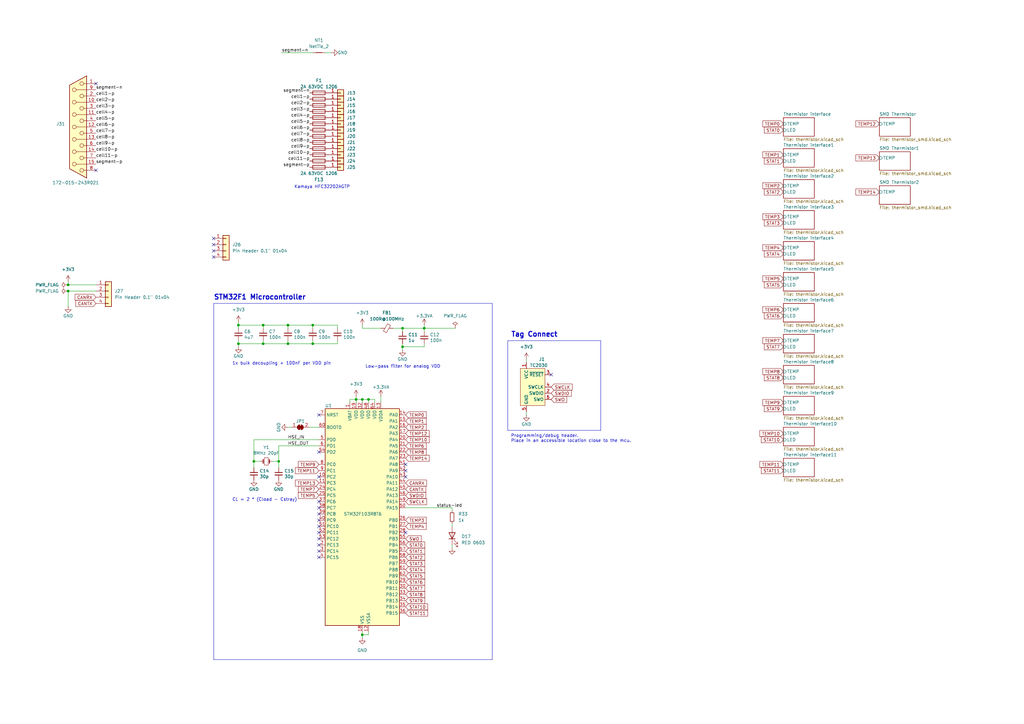
<source format=kicad_sch>
(kicad_sch (version 20230121) (generator eeschema)
  (paper "A3")
  (junction (at 114.3 189.23))
  (junction (at 151.13 163.83))
  (junction (at 146.05 163.83))
  (junction (at 165.1 142.24))
  (junction (at 128.27 133.35))
  (junction (at 118.11 133.35))
  (junction (at 27.94 116.84))
  (junction (at 165.1 134.62))
  (junction (at 104.14 189.23))
  (junction (at 148.59 260.35))
  (junction (at 27.94 119.38))
  (junction (at 97.79 140.97))
  (junction (at 97.79 133.35))
  (junction (at 107.95 140.97))
  (junction (at 118.11 140.97))
  (junction (at 148.59 163.83))
  (junction (at 107.95 133.35))
  (junction (at 173.99 134.62))
  (junction (at 128.27 140.97))
  (no_connect (at 130.81 195.58))
  (no_connect (at 130.81 220.98))
  (no_connect (at 130.81 205.74))
  (no_connect (at 87.63 100.33))
  (no_connect (at 130.81 228.6))
  (no_connect (at 130.81 210.82))
  (no_connect (at 130.81 218.44))
  (no_connect (at 130.81 223.52))
  (no_connect (at 166.37 190.5))
  (no_connect (at 166.37 218.44))
  (no_connect (at 130.81 226.06))
  (no_connect (at 166.37 193.04))
  (no_connect (at 130.81 215.9))
  (no_connect (at 130.81 185.42))
  (no_connect (at 130.81 170.18))
  (no_connect (at 130.81 213.36))
  (no_connect (at 87.63 105.41))
  (no_connect (at 87.63 97.79))
  (no_connect (at 87.63 102.87))
  (no_connect (at 226.06 153.67))
  (no_connect (at 130.81 208.28))
  (no_connect (at 166.37 195.58))
  (no_connect (at 39.37 69.85))
  (no_connect (at 39.37 34.29))
  (polyline (pts (xy 208.28 139.7) (xy 246.38 139.7)))
  (wire (pts (xy 114.3 182.88) (xy 130.81 182.88)))
  (wire (pts (xy 107.95 140.97) (xy 107.95 139.7)))
  (wire (pts (xy 173.99 133.35) (xy 173.99 134.62)))
  (wire (pts (xy 185.42 223.52) (xy 185.42 224.79)))
  (wire (pts (xy 27.94 119.38) (xy 27.94 125.73)))
  (wire (pts (xy 173.99 134.62) (xy 165.1 134.62)))
  (wire (pts (xy 128.27 139.7) (xy 128.27 140.97)))
  (wire (pts (xy 118.11 175.26) (xy 119.38 175.26)))
  (wire (pts (xy 97.79 133.35) (xy 97.79 134.62)))
  (wire (pts (xy 215.9 147.32) (xy 215.9 148.59)))
  (polyline (pts (xy 246.38 139.7) (xy 246.38 176.53)))
  (wire (pts (xy 148.59 163.83) (xy 151.13 163.83)))
  (wire (pts (xy 138.43 134.62) (xy 138.43 133.35)))
  (wire (pts (xy 148.59 165.1) (xy 148.59 163.83)))
  (wire (pts (xy 118.11 140.97) (xy 128.27 140.97)))
  (wire (pts (xy 133.35 21.59) (xy 135.89 21.59)))
  (wire (pts (xy 27.94 119.38) (xy 39.37 119.38)))
  (wire (pts (xy 156.21 162.56) (xy 156.21 165.1)))
  (wire (pts (xy 128.27 133.35) (xy 118.11 133.35)))
  (wire (pts (xy 118.11 134.62) (xy 118.11 133.35)))
  (wire (pts (xy 146.05 163.83) (xy 148.59 163.83)))
  (polyline (pts (xy 87.63 124.46) (xy 87.63 270.51)))
  (wire (pts (xy 173.99 142.24) (xy 173.99 140.97)))
  (wire (pts (xy 107.95 133.35) (xy 97.79 133.35)))
  (wire (pts (xy 97.79 140.97) (xy 97.79 142.24)))
  (wire (pts (xy 148.59 260.35) (xy 148.59 259.08)))
  (polyline (pts (xy 201.93 270.51) (xy 201.93 124.46)))
  (polyline (pts (xy 201.93 124.46) (xy 87.63 124.46)))
  (wire (pts (xy 115.57 21.59) (xy 128.27 21.59)))
  (wire (pts (xy 128.27 134.62) (xy 128.27 133.35)))
  (wire (pts (xy 151.13 163.83) (xy 153.67 163.83)))
  (wire (pts (xy 215.9 168.91) (xy 215.9 170.18)))
  (wire (pts (xy 118.11 133.35) (xy 107.95 133.35)))
  (wire (pts (xy 148.59 261.62) (xy 148.59 260.35)))
  (wire (pts (xy 185.42 215.9) (xy 185.42 214.63)))
  (wire (pts (xy 138.43 133.35) (xy 128.27 133.35)))
  (wire (pts (xy 146.05 163.83) (xy 146.05 165.1)))
  (wire (pts (xy 104.14 180.34) (xy 104.14 189.23)))
  (polyline (pts (xy 87.63 270.51) (xy 201.93 270.51)))
  (wire (pts (xy 128.27 140.97) (xy 138.43 140.97)))
  (wire (pts (xy 161.29 134.62) (xy 165.1 134.62)))
  (wire (pts (xy 165.1 143.51) (xy 165.1 142.24)))
  (wire (pts (xy 97.79 139.7) (xy 97.79 140.97)))
  (wire (pts (xy 165.1 142.24) (xy 173.99 142.24)))
  (wire (pts (xy 143.51 165.1) (xy 143.51 163.83)))
  (wire (pts (xy 111.76 189.23) (xy 114.3 189.23)))
  (wire (pts (xy 165.1 135.89) (xy 165.1 134.62)))
  (wire (pts (xy 118.11 139.7) (xy 118.11 140.97)))
  (wire (pts (xy 165.1 140.97) (xy 165.1 142.24)))
  (wire (pts (xy 166.37 208.28) (xy 185.42 208.28)))
  (wire (pts (xy 27.94 116.84) (xy 39.37 116.84)))
  (wire (pts (xy 97.79 132.08) (xy 97.79 133.35)))
  (wire (pts (xy 97.79 140.97) (xy 107.95 140.97)))
  (wire (pts (xy 151.13 165.1) (xy 151.13 163.83)))
  (polyline (pts (xy 208.28 176.53) (xy 208.28 139.7)))
  (wire (pts (xy 127 175.26) (xy 130.81 175.26)))
  (wire (pts (xy 114.3 189.23) (xy 114.3 182.88)))
  (wire (pts (xy 143.51 163.83) (xy 146.05 163.83)))
  (wire (pts (xy 148.59 134.62) (xy 156.21 134.62)))
  (wire (pts (xy 151.13 259.08) (xy 151.13 260.35)))
  (wire (pts (xy 114.3 191.77) (xy 114.3 189.23)))
  (wire (pts (xy 148.59 260.35) (xy 151.13 260.35)))
  (wire (pts (xy 153.67 163.83) (xy 153.67 165.1)))
  (wire (pts (xy 185.42 208.28) (xy 185.42 209.55)))
  (wire (pts (xy 148.59 133.35) (xy 148.59 134.62)))
  (wire (pts (xy 104.14 191.77) (xy 104.14 189.23)))
  (wire (pts (xy 27.94 115.57) (xy 27.94 116.84)))
  (wire (pts (xy 146.05 162.56) (xy 146.05 163.83)))
  (wire (pts (xy 104.14 189.23) (xy 106.68 189.23)))
  (wire (pts (xy 173.99 135.89) (xy 173.99 134.62)))
  (wire (pts (xy 173.99 134.62) (xy 186.69 134.62)))
  (wire (pts (xy 107.95 133.35) (xy 107.95 134.62)))
  (polyline (pts (xy 208.28 176.53) (xy 246.38 176.53)))
  (wire (pts (xy 130.81 180.34) (xy 104.14 180.34)))
  (wire (pts (xy 107.95 140.97) (xy 118.11 140.97)))
  (wire (pts (xy 138.43 139.7) (xy 138.43 140.97)))
  (text "CL = 2 * (Cload - Cstray)" (at 95.25 205.74 0) (effects (font (size 1.27 1.27)) (justify left bottom)))
  (text "Programming/debug header.\nPlace in an accessible location close to the mcu." (at 209.55 181.61 0) (effects (font (size 1.27 1.27)) (justify left bottom)))
  (text "Low-pass filter for analog VDD" (at 149.86 151.13 0) (effects (font (size 1.27 1.27)) (justify left bottom)))
  (text "STM32F1 Microcontroller" (at 87.63 123.19 0) (effects (font (size 2.0066 2.0066) (thickness 0.4013) bold) (justify left bottom)))
  (text "Tag Connect" (at 209.55 138.43 0) (effects (font (size 2.0066 2.0066) (thickness 0.4013) bold) (justify left bottom)))
  (text "Kamaya HFC32202AGTP" (at 120.65 77.47 0) (effects (font (size 1.27 1.27)) (justify left bottom)))
  (text "1x bulk decoupling + 100nF per VDD pin" (at 95.25 149.86 0) (effects (font (size 1.27 1.27)) (justify left bottom)))
  (label "cell6-p" (at 127 53.34 180))
  (label "cell10-p" (at 127 63.5 180))
  (label "cell5-p" (at 39.37 49.53 0))
  (label "cell8-p" (at 39.37 57.15 0))
  (label "cell2-p" (at 39.37 41.91 0))
  (label "cell11-p" (at 39.37 64.77 0))
  (label "cell1-p" (at 39.37 39.37 0))
  (label "cell7-p" (at 127 55.88 180))
  (label "cell3-p" (at 39.37 44.45 0))
  (label "cell7-p" (at 39.37 54.61 0))
  (label "cell11-p" (at 127 66.04 180))
  (label "cell6-p" (at 39.37 52.07 0))
  (label "segment-p" (at 127 68.58 180))
  (label "HSE_IN" (at 118.11 180.34 0))
  (label "cell4-p" (at 39.37 46.99 0))
  (label "cell3-p" (at 127 45.72 180))
  (label "cell9-p" (at 127 60.96 180))
  (label "status-led" (at 179.07 208.28 0))
  (label "cell8-p" (at 127 58.42 180))
  (label "cell10-p" (at 39.37 62.23 0))
  (label "cell5-p" (at 127 50.8 180))
  (label "cell1-p" (at 127 40.64 180))
  (label "segment-p" (at 39.37 67.31 0))
  (label "segment-n" (at 115.57 21.59 0))
  (label "cell9-p" (at 39.37 59.69 0))
  (label "HSE_OUT" (at 118.11 182.88 0))
  (label "segment-n" (at 39.37 36.83 0))
  (label "cell4-p" (at 127 48.26 180))
  (label "cell2-p" (at 127 43.18 180))
  (label "segment-n" (at 127 38.1 180))
  (global_label "SWO" (shape input) (at 226.06 163.83 0) (property "Intersheetrefs" "${INTERSHEET_REFS}" (effects hide)))
  (global_label "TEMP13" (shape input) (at 130.81 198.12 180) (property "Intersheetrefs" "${INTERSHEET_REFS}" (effects hide)))
  (global_label "STAT2" (shape input) (at 166.37 228.6 0) (property "Intersheetrefs" "${INTERSHEET_REFS}" (effects hide)))
  (global_label "TEMP4" (shape input) (at 321.31 101.6 180) (property "Intersheetrefs" "${INTERSHEET_REFS}" (effects hide)))
  (global_label "TEMP2" (shape input) (at 166.37 175.26 0) (property "Intersheetrefs" "${INTERSHEET_REFS}" (effects hide)))
  (global_label "STAT9" (shape input) (at 166.37 246.38 0) (property "Intersheetrefs" "${INTERSHEET_REFS}" (effects hide)))
  (global_label "STAT1" (shape input) (at 166.37 226.06 0) (property "Intersheetrefs" "${INTERSHEET_REFS}" (effects hide)))
  (global_label "TEMP5" (shape input) (at 321.31 114.3 180) (property "Intersheetrefs" "${INTERSHEET_REFS}" (effects hide)))
  (global_label "CANTX" (shape input) (at 166.37 200.66 0) (property "Intersheetrefs" "${INTERSHEET_REFS}" (effects hide)))
  (global_label "STAT6" (shape input) (at 166.37 238.76 0) (property "Intersheetrefs" "${INTERSHEET_REFS}" (effects hide)))
  (global_label "TEMP8" (shape input) (at 321.31 152.4 180) (property "Intersheetrefs" "${INTERSHEET_REFS}" (effects hide)))
  (global_label "TEMP1" (shape input) (at 166.37 172.72 0) (property "Intersheetrefs" "${INTERSHEET_REFS}" (effects hide)))
  (global_label "TEMP11" (shape input) (at 130.81 193.04 180) (property "Intersheetrefs" "${INTERSHEET_REFS}" (effects hide)))
  (global_label "STAT10" (shape input) (at 321.31 180.34 180) (property "Intersheetrefs" "${INTERSHEET_REFS}" (effects hide)))
  (global_label "STAT2" (shape input) (at 321.31 78.74 180) (property "Intersheetrefs" "${INTERSHEET_REFS}" (effects hide)))
  (global_label "TEMP2" (shape input) (at 321.31 76.2 180) (property "Intersheetrefs" "${INTERSHEET_REFS}" (effects hide)))
  (global_label "STAT5" (shape input) (at 166.37 236.22 0) (property "Intersheetrefs" "${INTERSHEET_REFS}" (effects hide)))
  (global_label "SWDIO" (shape input) (at 166.37 203.2 0) (property "Intersheetrefs" "${INTERSHEET_REFS}" (effects hide)))
  (global_label "STAT9" (shape input) (at 321.31 167.64 180) (property "Intersheetrefs" "${INTERSHEET_REFS}" (effects hide)))
  (global_label "TEMP14" (shape input) (at 360.68 78.74 180) (property "Intersheetrefs" "${INTERSHEET_REFS}" (effects hide)))
  (global_label "TEMP0" (shape input) (at 321.31 50.8 180) (property "Intersheetrefs" "${INTERSHEET_REFS}" (effects hide)))
  (global_label "TEMP13" (shape input) (at 360.68 64.77 180) (property "Intersheetrefs" "${INTERSHEET_REFS}" (effects hide)))
  (global_label "TEMP3" (shape input) (at 166.37 213.36 0) (property "Intersheetrefs" "${INTERSHEET_REFS}" (effects hide)))
  (global_label "TEMP5" (shape input) (at 130.81 203.2 180) (property "Intersheetrefs" "${INTERSHEET_REFS}" (effects hide)))
  (global_label "SWCLK" (shape input) (at 226.06 158.75 0) (property "Intersheetrefs" "${INTERSHEET_REFS}" (effects hide)))
  (global_label "STAT0" (shape input) (at 166.37 223.52 0) (property "Intersheetrefs" "${INTERSHEET_REFS}" (effects hide)))
  (global_label "STAT11" (shape input) (at 166.37 251.46 0) (property "Intersheetrefs" "${INTERSHEET_REFS}" (effects hide)))
  (global_label "TEMP7" (shape input) (at 321.31 139.7 180) (property "Intersheetrefs" "${INTERSHEET_REFS}" (effects hide)))
  (global_label "TEMP7" (shape input) (at 130.81 200.66 180) (property "Intersheetrefs" "${INTERSHEET_REFS}" (effects hide)))
  (global_label "STAT11" (shape input) (at 321.31 193.04 180) (property "Intersheetrefs" "${INTERSHEET_REFS}" (effects hide)))
  (global_label "STAT0" (shape input) (at 321.31 53.34 180) (property "Intersheetrefs" "${INTERSHEET_REFS}" (effects hide)))
  (global_label "TEMP0" (shape input) (at 166.37 170.18 0) (property "Intersheetrefs" "${INTERSHEET_REFS}" (effects hide)))
  (global_label "TEMP12" (shape input) (at 166.37 177.8 0) (property "Intersheetrefs" "${INTERSHEET_REFS}" (effects hide)))
  (global_label "STAT6" (shape input) (at 321.31 129.54 180) (property "Intersheetrefs" "${INTERSHEET_REFS}" (effects hide)))
  (global_label "SWCLK" (shape input) (at 166.37 205.74 0) (property "Intersheetrefs" "${INTERSHEET_REFS}" (effects hide)))
  (global_label "TEMP9" (shape input) (at 130.81 190.5 180) (property "Intersheetrefs" "${INTERSHEET_REFS}" (effects hide)))
  (global_label "SWDIO" (shape input) (at 226.06 161.29 0) (property "Intersheetrefs" "${INTERSHEET_REFS}" (effects hide)))
  (global_label "CANRX" (shape input) (at 166.37 198.12 0) (property "Intersheetrefs" "${INTERSHEET_REFS}" (effects hide)))
  (global_label "TEMP4" (shape input) (at 166.37 215.9 0) (property "Intersheetrefs" "${INTERSHEET_REFS}" (effects hide)))
  (global_label "STAT3" (shape input) (at 321.31 91.44 180) (property "Intersheetrefs" "${INTERSHEET_REFS}" (effects hide)))
  (global_label "TEMP10" (shape input) (at 166.37 180.34 0) (property "Intersheetrefs" "${INTERSHEET_REFS}" (effects hide)))
  (global_label "STAT1" (shape input) (at 321.31 66.04 180) (property "Intersheetrefs" "${INTERSHEET_REFS}" (effects hide)))
  (global_label "TEMP9" (shape input) (at 321.31 165.1 180) (property "Intersheetrefs" "${INTERSHEET_REFS}" (effects hide)))
  (global_label "STAT8" (shape input) (at 321.31 154.94 180) (property "Intersheetrefs" "${INTERSHEET_REFS}" (effects hide)))
  (global_label "TEMP6" (shape input) (at 321.31 127 180) (property "Intersheetrefs" "${INTERSHEET_REFS}" (effects hide)))
  (global_label "STAT10" (shape input) (at 166.37 248.92 0) (property "Intersheetrefs" "${INTERSHEET_REFS}" (effects hide)))
  (global_label "TEMP10" (shape input) (at 321.31 177.8 180) (property "Intersheetrefs" "${INTERSHEET_REFS}" (effects hide)))
  (global_label "CANTX" (shape input) (at 39.37 124.46 180) (property "Intersheetrefs" "${INTERSHEET_REFS}" (effects hide)))
  (global_label "STAT7" (shape input) (at 321.31 142.24 180) (property "Intersheetrefs" "${INTERSHEET_REFS}" (effects hide)))
  (global_label "STAT4" (shape input) (at 321.31 104.14 180) (property "Intersheetrefs" "${INTERSHEET_REFS}" (effects hide)))
  (global_label "TEMP6" (shape input) (at 166.37 182.88 0) (property "Intersheetrefs" "${INTERSHEET_REFS}" (effects hide)))
  (global_label "STAT8" (shape input) (at 166.37 243.84 0) (property "Intersheetrefs" "${INTERSHEET_REFS}" (effects hide)))
  (global_label "TEMP1" (shape input) (at 321.31 63.5 180) (property "Intersheetrefs" "${INTERSHEET_REFS}" (effects hide)))
  (global_label "STAT5" (shape input) (at 321.31 116.84 180) (property "Intersheetrefs" "${INTERSHEET_REFS}" (effects hide)))
  (global_label "STAT4" (shape input) (at 166.37 233.68 0) (property "Intersheetrefs" "${INTERSHEET_REFS}" (effects hide)))
  (global_label "TEMP11" (shape input) (at 321.31 190.5 180) (property "Intersheetrefs" "${INTERSHEET_REFS}" (effects hide)))
  (global_label "STAT3" (shape input) (at 166.37 231.14 0) (property "Intersheetrefs" "${INTERSHEET_REFS}" (effects hide)))
  (global_label "TEMP14" (shape input) (at 166.37 187.96 0) (property "Intersheetrefs" "${INTERSHEET_REFS}" (effects hide)))
  (global_label "CANRX" (shape input) (at 39.37 121.92 180) (property "Intersheetrefs" "${INTERSHEET_REFS}" (effects hide)))
  (global_label "TEMP3" (shape input) (at 321.31 88.9 180) (property "Intersheetrefs" "${INTERSHEET_REFS}" (effects hide)))
  (global_label "TEMP12" (shape input) (at 360.68 50.8 180) (property "Intersheetrefs" "${INTERSHEET_REFS}" (effects hide)))
  (global_label "STAT7" (shape input) (at 166.37 241.3 0) (property "Intersheetrefs" "${INTERSHEET_REFS}" (effects hide)))
  (global_label "SWO" (shape input) (at 166.37 220.98 0) (property "Intersheetrefs" "${INTERSHEET_REFS}" (effects hide)))
  (global_label "TEMP8" (shape input) (at 166.37 185.42 0) (property "Intersheetrefs" "${INTERSHEET_REFS}" (effects hide)))
  (symbol (lib_id "Connector_Generic:Conn_01x01") (at 139.7 48.26 0) (unit 1) (in_bom no)
    (property "Reference" "J17" (at 142.24 48.26 0) (effects (justify left)))
    (property "Value" "Mounting Hole M5" (effects hide))
    (property "Footprint" "MountingHole:MountingHole_5.3mm_M5_Pad_Via" (effects hide))
  )
  (symbol (lib_id "power:PWR_FLAG") (at 186.69 134.62 0) (unit 1)
    (property "Reference" "#FLG01" (effects hide))
    (property "Value" "PWR_FLAG" (at 186.69 129.54 0))
  )
  (symbol (lib_id "power:GND") (at 135.89 21.59 90) (mirror x) (unit 1)
    (property "Reference" "#PWR049" (effects hide))
    (property "Value" "GND" (at 138.43 21.59 90) (effects (justify right)))
  )
  (symbol (lib_id "power:+3.3VA") (at 173.99 133.35 0) (unit 1)
    (property "Reference" "#PWR020" (effects hide))
    (property "Value" "+3.3VA" (at 173.99 129.54 0))
    (instances (project "microcontroller" (path "" (reference "#PWR020") (unit 1))) (project "cell-tap-connector-pcb" (path "" (reference "#PWR054") (unit 1))))
  )
  (symbol (lib_id "power:GND") (at 104.14 196.85 0) (unit 1)
    (property "Reference" "#PWR032" (effects hide))
    (property "Value" "GND" (at 104.14 200.66 0))
    (instances (project "microcontroller" (path "" (reference "#PWR032") (unit 1))) (project "cell-tap-connector-pcb" (path "" (reference "#PWR062") (unit 1))))
  )
  (symbol (lib_id "Device:C_Small") (at 118.11 137.16 0) (unit 1)
    (property "Reference" "C8" (at 120.4468 135.9916 0) (effects (justify left)))
    (property "Value" "100n" (at 120.4468 138.303 0) (effects (justify left)))
    (property "Footprint" "Capacitor_SMD:C_0603_1608Metric" (effects hide))
    (property "LCSC" "C307331" (effects hide))
    (property "LibRef" "CL10B104KB8NNNC" (effects hide))
    (property "SKU" "CL10B104KB8NNNC" (effects hide))
    (property "Supplier" "Digikey" (effects hide))
    (property "Description" "CAP CER 0.1UF 50V X7R 0603" (effects hide))
    (instances (project "microcontroller" (path "" (reference "C8") (unit 1))) (project "cell-tap-connector-pcb" (path "" (reference "C19") (unit 1))))
  )
  (symbol (lib_id "Device:Fuse") (at 130.81 63.5 90) (unit 1)
    (property "Reference" "F11" (effects hide))
    (property "Value" "2A 63VDC 1206" (effects hide))
    (property "Footprint" "Fuse:Fuse_1206_3216Metric_Pad1.42x1.75mm_HandSolder" (effects hide))
    (property "LibRef" "0685T2000-01" (effects hide))
    (property "SKU" "0685T2000-01" (effects hide))
    (property "Supplier" "Digikey" (effects hide))
    (property "Description" "FUSE BRD MNT 2A 63VAC 63VDC 1206" (effects hide))
  )
  (symbol (lib_id "Device:Fuse") (at 130.81 53.34 90) (unit 1)
    (property "Reference" "F7" (effects hide))
    (property "Value" "2A 63VDC 1206" (effects hide))
    (property "Footprint" "Fuse:Fuse_1206_3216Metric_Pad1.42x1.75mm_HandSolder" (effects hide))
    (property "LibRef" "0685T2000-01" (effects hide))
    (property "SKU" "0685T2000-01" (effects hide))
    (property "Supplier" "Digikey" (effects hide))
    (property "Description" "FUSE BRD MNT 2A 63VAC 63VDC 1206" (effects hide))
  )
  (symbol (lib_id "power:GND") (at 114.3 196.85 0) (unit 1)
    (property "Reference" "#PWR033" (effects hide))
    (property "Value" "GND" (at 114.3 200.66 0))
    (instances (project "microcontroller" (path "" (reference "#PWR033") (unit 1))) (project "cell-tap-connector-pcb" (path "" (reference "#PWR063") (unit 1))))
  )
  (symbol (lib_id "power:+3V3") (at 215.9 147.32 0) (unit 1)
    (property "Reference" "#PWR024" (effects hide))
    (property "Value" "+3V3" (at 215.9 142.24 0))
    (instances (project "microcontroller" (path "" (reference "#PWR024") (unit 1))) (project "cell-tap-connector-pcb" (path "" (reference "#PWR057") (unit 1))))
  )
  (symbol (lib_id "Device:LED") (at 185.42 219.71 90) (unit 1)
    (property "Reference" "D17" (at 189.23 220.0275 90) (effects (justify right)))
    (property "Value" "RED 0603" (at 189.23 222.5675 90) (effects (justify right)))
    (property "Footprint" "LED_SMD:LED_0603_1608Metric" (effects hide))
    (property "LibRef" "B1911USD-20D000114U1930" (effects hide))
    (property "SKU" "B1911USD-20D000114U1930" (effects hide))
    (property "Supplier" "Digikey" (effects hide))
  )
  (symbol (lib_id "Connector_Generic:Conn_01x01") (at 139.7 53.34 0) (unit 1) (in_bom no)
    (property "Reference" "J19" (at 142.24 53.34 0) (effects (justify left)))
    (property "Value" "Mounting Hole M5" (effects hide))
    (property "Footprint" "MountingHole:MountingHole_5.3mm_M5_Pad_Via" (effects hide))
  )
  (symbol (lib_id "Device:C_Small") (at 107.95 137.16 0) (unit 1)
    (property "Reference" "C7" (at 110.2868 135.9916 0) (effects (justify left)))
    (property "Value" "100n" (at 110.2868 138.303 0) (effects (justify left)))
    (property "Footprint" "Capacitor_SMD:C_0603_1608Metric" (effects hide))
    (property "LCSC" "C307331" (effects hide))
    (property "LibRef" "CL10B104KB8NNNC" (effects hide))
    (property "SKU" "CL10B104KB8NNNC" (effects hide))
    (property "Supplier" "Digikey" (effects hide))
    (property "Description" "CAP CER 0.1UF 50V X7R 0603" (effects hide))
    (instances (project "microcontroller" (path "" (reference "C7") (unit 1))) (project "cell-tap-connector-pcb" (path "" (reference "C18") (unit 1))))
  )
  (symbol (lib_id "power:+3.3VA") (at 156.21 162.56 0) (unit 1)
    (property "Reference" "#PWR027" (effects hide))
    (property "Value" "+3.3VA" (at 156.21 158.75 0))
    (instances (project "microcontroller" (path "" (reference "#PWR027") (unit 1))) (project "cell-tap-connector-pcb" (path "" (reference "#PWR060") (unit 1))))
  )
  (symbol (lib_id "Device:Fuse") (at 130.81 40.64 90) (unit 1)
    (property "Reference" "F2" (effects hide))
    (property "Value" "2A 63VDC 1206" (effects hide))
    (property "Footprint" "Fuse:Fuse_1206_3216Metric_Pad1.42x1.75mm_HandSolder" (effects hide))
    (property "LibRef" "0685T2000-01" (effects hide))
    (property "SKU" "0685T2000-01" (effects hide))
    (property "Supplier" "Digikey" (effects hide))
    (property "Description" "FUSE BRD MNT 2A 63VAC 63VDC 1206" (effects hide))
  )
  (symbol (lib_id "power:GND") (at 185.42 224.79 0) (unit 1)
    (property "Reference" "#PWR037" (effects hide))
    (property "Value" "GND" (effects hide))
    (instances (project "microcontroller" (path "" (reference "#PWR037") (unit 1))) (project "cell-tap-connector-pcb" (path "" (reference "#PWR064") (unit 1))))
  )
  (symbol (lib_id "Device:C_Small") (at 114.3 194.31 0) (unit 1)
    (property "Reference" "C15" (at 116.6368 193.1416 0) (effects (justify left)))
    (property "Value" "30p" (at 116.6368 195.453 0) (effects (justify left)))
    (property "Footprint" "Capacitor_SMD:C_0603_1608Metric" (effects hide))
    (property "LCSC" "C1570" (effects hide))
    (property "LibRef" "CML0603C0G300JT50V" (effects hide))
    (property "SKU" "CML0603C0G300JT50V" (effects hide))
    (property "Supplier" "Digikey" (effects hide))
    (property "Description" "CAP CER 30PF 50V C0G/NP0 0603" (effects hide))
    (instances (project "microcontroller" (path "" (reference "C15") (unit 1))) (project "cell-tap-connector-pcb" (path "" (reference "C25") (unit 1))))
  )
  (symbol (lib_id "power:+3V3") (at 146.05 162.56 0) (unit 1)
    (property "Reference" "#PWR026" (effects hide))
    (property "Value" "+3V3" (at 146.05 157.48 0))
    (instances (project "microcontroller" (path "" (reference "#PWR026") (unit 1))) (project "cell-tap-connector-pcb" (path "" (reference "#PWR059") (unit 1))))
  )
  (symbol (lib_id "MCU_ST_STM32F1:STM32F103R8Tx") (at 148.59 213.36 0) (unit 1)
    (property "Reference" "U1" (at 133.35 166.37 0) (effects (justify left)))
    (property "Value" "STM32F103R8T6" (at 140.97 210.82 0) (effects (justify left)))
    (property "Footprint" "Package_QFP:LQFP-64_10x10mm_P0.5mm" (effects hide))
    (property "Datasheet" "https://www.st.com/resource/en/datasheet/stm32f103r8.pdf" (effects hide))
    (property "LibRef" "STM32F103R8T6TR" (effects hide))
    (property "SKU" "STM32F103R8T6TR" (effects hide))
    (property "Supplier" "Digikey" (effects hide))
  )
  (symbol (lib_id "power:GND") (at 27.94 125.73 0) (unit 1)
    (property "Reference" "#PWR030" (effects hide))
    (property "Value" "GND" (at 27.94 129.54 0))
    (instances (project "microcontroller" (path "" (reference "#PWR030") (unit 1))) (project "cell-tap-connector-pcb" (path "" (reference "#PWR051") (unit 1))))
  )
  (symbol (lib_id "Device:Fuse") (at 130.81 55.88 90) (unit 1)
    (property "Reference" "F8" (effects hide))
    (property "Value" "2A 63VDC 1206" (effects hide))
    (property "Footprint" "Fuse:Fuse_1206_3216Metric_Pad1.42x1.75mm_HandSolder" (effects hide))
    (property "LibRef" "0685T2000-01" (effects hide))
    (property "SKU" "0685T2000-01" (effects hide))
    (property "Supplier" "Digikey" (effects hide))
    (property "Description" "FUSE BRD MNT 2A 63VAC 63VDC 1206" (effects hide))
  )
  (symbol (lib_id "Device:C_Small") (at 104.14 194.31 0) (unit 1)
    (property "Reference" "C14" (at 106.4768 193.1416 0) (effects (justify left)))
    (property "Value" "30p" (at 106.4768 195.453 0) (effects (justify left)))
    (property "Footprint" "Capacitor_SMD:C_0603_1608Metric" (effects hide))
    (property "LCSC" "C1570" (effects hide))
    (property "LibRef" "CML0603C0G300JT50V" (effects hide))
    (property "SKU" "CML0603C0G300JT50V" (effects hide))
    (property "Supplier" "Digikey" (effects hide))
    (property "Description" "CAP CER 30PF 50V C0G/NP0 0603" (effects hide))
    (instances (project "microcontroller" (path "" (reference "C14") (unit 1))) (project "cell-tap-connector-pcb" (path "" (reference "C24") (unit 1))))
  )
  (symbol (lib_id "Device:R_Small") (at 185.42 212.09 0) (unit 1)
    (property "Reference" "R33" (at 187.96 210.82 0) (effects (justify left)))
    (property "Value" "1k" (at 187.96 213.36 0) (effects (justify left)))
    (property "Footprint" "Resistor_SMD:R_0603_1608Metric" (effects hide))
  )
  (symbol (lib_id "Device:Fuse") (at 130.81 60.96 90) (unit 1)
    (property "Reference" "F10" (effects hide))
    (property "Value" "2A 63VDC 1206" (effects hide))
    (property "Footprint" "Fuse:Fuse_1206_3216Metric_Pad1.42x1.75mm_HandSolder" (effects hide))
    (property "LibRef" "0685T2000-01" (effects hide))
    (property "SKU" "0685T2000-01" (effects hide))
    (property "Supplier" "Digikey" (effects hide))
    (property "Description" "FUSE BRD MNT 2A 63VAC 63VDC 1206" (effects hide))
  )
  (symbol (lib_id "Connector_Generic:Conn_01x01") (at 139.7 63.5 0) (unit 1) (in_bom no)
    (property "Reference" "J23" (at 142.24 63.5 0) (effects (justify left)))
    (property "Value" "Mounting Hole M5" (effects hide))
    (property "Footprint" "MountingHole:MountingHole_5.3mm_M5_Pad_Via" (effects hide))
  )
  (symbol (lib_id "Connector_Generic:Conn_01x01") (at 139.7 38.1 0) (unit 1) (in_bom no)
    (property "Reference" "J13" (at 142.24 38.1 0) (effects (justify left)))
    (property "Value" "Mounting Hole M5" (effects hide))
    (property "Footprint" "MountingHole:MountingHole_5.3mm_M5_Pad_Via" (effects hide))
  )
  (symbol (lib_id "power:+3V3") (at 27.94 115.57 0) (unit 1)
    (property "Reference" "#PWR026" (effects hide))
    (property "Value" "+3V3" (at 27.94 110.49 0))
    (instances (project "microcontroller" (path "" (reference "#PWR026") (unit 1))) (project "cell-tap-connector-pcb" (path "" (reference "#PWR050") (unit 1))))
  )
  (symbol (lib_id "Connector_Generic:Conn_01x01") (at 139.7 58.42 0) (unit 1) (in_bom no)
    (property "Reference" "J21" (at 142.24 58.42 0) (effects (justify left)))
    (property "Value" "Mounting Hole M5" (effects hide))
    (property "Footprint" "MountingHole:MountingHole_5.3mm_M5_Pad_Via" (effects hide))
  )
  (symbol (lib_id "Connector_Generic:Conn_01x01") (at 139.7 45.72 0) (unit 1) (in_bom no)
    (property "Reference" "J16" (at 142.24 45.72 0) (effects (justify left)))
    (property "Value" "Mounting Hole M5" (effects hide))
    (property "Footprint" "MountingHole:MountingHole_5.3mm_M5_Pad_Via" (effects hide))
  )
  (symbol (lib_id "Device:C_Small") (at 165.1 138.43 0) (unit 1)
    (property "Reference" "C11" (at 167.4368 137.2616 0) (effects (justify left)))
    (property "Value" "1u" (at 167.4368 139.573 0) (effects (justify left)))
    (property "Footprint" "Capacitor_SMD:C_0603_1608Metric" (effects hide))
    (property "LCSC" "C15849" (effects hide))
    (property "LibRef" "CL10A105KA8NNNC" (effects hide))
    (property "SKU" "CL10A105KA8NNNC" (effects hide))
    (property "Supplier" "Digikey" (effects hide))
    (property "Description" "CAP CER 1UF 25V X5R 0603" (effects hide))
    (instances (project "microcontroller" (path "" (reference "C11") (unit 1))) (project "cell-tap-connector-pcb" (path "" (reference "C22") (unit 1))))
  )
  (symbol (lib_id "Device:Fuse") (at 130.81 58.42 90) (unit 1)
    (property "Reference" "F9" (effects hide))
    (property "Value" "2A 63VDC 1206" (effects hide))
    (property "Footprint" "Fuse:Fuse_1206_3216Metric_Pad1.42x1.75mm_HandSolder" (effects hide))
    (property "LibRef" "0685T2000-01" (effects hide))
    (property "SKU" "0685T2000-01" (effects hide))
    (property "Supplier" "Digikey" (effects hide))
    (property "Description" "FUSE BRD MNT 2A 63VAC 63VDC 1206" (effects hide))
  )
  (symbol (lib_id "Device:FerriteBead_Small") (at 158.75 134.62 90) (unit 1)
    (property "Reference" "FB1" (at 158.7119 128.27 90))
    (property "Value" "100R@100MHz" (at 158.7119 130.81 90))
    (property "Footprint" "Resistor_SMD:R_0805_2012Metric" (effects hide))
    (property "LCSC" "C1015" (effects hide))
    (property "LibRef" "2508051017Y0" (effects hide))
    (property "SKU" "2508051017Y0" (effects hide))
    (property "Supplier" "Digikey" (effects hide))
  )
  (symbol (lib_id "power:GND") (at 215.9 170.18 0) (unit 1)
    (property "Reference" "#PWR025" (effects hide))
    (property "Value" "GND" (at 215.9 173.99 0))
    (instances (project "microcontroller" (path "" (reference "#PWR025") (unit 1))) (project "cell-tap-connector-pcb" (path "" (reference "#PWR058") (unit 1))))
  )
  (symbol (lib_id "power:PWR_FLAG") (at 27.94 119.38 90) (unit 1)
    (property "Reference" "#FLG03" (effects hide))
    (property "Value" "PWR_FLAG" (at 24.13 119.38 90) (effects (justify left)))
  )
  (symbol (lib_id "Connector_Generic:Conn_01x01") (at 139.7 68.58 0) (unit 1) (in_bom no)
    (property "Reference" "J25" (at 142.24 68.58 0) (effects (justify left)))
    (property "Value" "Mounting Hole M5" (effects hide))
    (property "Footprint" "MountingHole:MountingHole_5.3mm_M5_Pad_Via" (effects hide))
  )
  (symbol (lib_id "Device:Fuse") (at 130.81 43.18 90) (unit 1)
    (property "Reference" "F3" (effects hide))
    (property "Value" "2A 63VDC 1206" (effects hide))
    (property "Footprint" "Fuse:Fuse_1206_3216Metric_Pad1.42x1.75mm_HandSolder" (effects hide))
    (property "LibRef" "0685T2000-01" (effects hide))
    (property "SKU" "0685T2000-01" (effects hide))
    (property "Supplier" "Digikey" (effects hide))
    (property "Description" "FUSE BRD MNT 2A 63VAC 63VDC 1206" (effects hide))
  )
  (symbol (lib_id "Device:C_Small") (at 173.99 138.43 0) (unit 1)
    (property "Reference" "C12" (at 176.3268 137.2616 0) (effects (justify left)))
    (property "Value" "100n" (at 176.3268 139.573 0) (effects (justify left)))
    (property "Footprint" "Capacitor_SMD:C_0603_1608Metric" (effects hide))
    (property "LCSC" "C307331" (effects hide))
    (property "LibRef" "CL10B104KB8NNNC" (effects hide))
    (property "SKU" "CL10B104KB8NNNC" (effects hide))
    (property "Supplier" "Digikey" (effects hide))
    (property "Description" "CAP CER 0.1UF 50V X7R 0603" (effects hide))
    (instances (project "microcontroller" (path "" (reference "C12") (unit 1))) (project "cell-tap-connector-pcb" (path "" (reference "C23") (unit 1))))
  )
  (symbol (lib_id "Device:C_Small") (at 138.43 137.16 0) (unit 1)
    (property "Reference" "C10" (at 140.7668 135.9916 0) (effects (justify left)))
    (property "Value" "100n" (at 140.7668 138.303 0) (effects (justify left)))
    (property "Footprint" "Capacitor_SMD:C_0603_1608Metric" (effects hide))
    (property "LCSC" "C307331" (effects hide))
    (property "LibRef" "CL10B104KB8NNNC" (effects hide))
    (property "SKU" "CL10B104KB8NNNC" (effects hide))
    (property "Supplier" "Digikey" (effects hide))
    (property "Description" "CAP CER 0.1UF 50V X7R 0603" (effects hide))
    (instances (project "microcontroller" (path "" (reference "C10") (unit 1))) (project "cell-tap-connector-pcb" (path "" (reference "C21") (unit 1))))
  )
  (symbol (lib_id "Connector_Generic:Conn_01x01") (at 139.7 40.64 0) (unit 1) (in_bom no)
    (property "Reference" "J14" (at 142.24 40.64 0) (effects (justify left)))
    (property "Value" "Mounting Hole M5" (effects hide))
    (property "Footprint" "MountingHole:MountingHole_5.3mm_M5_Pad_Via" (effects hide))
  )
  (symbol (lib_id "Connector_Generic:Conn_01x01") (at 139.7 66.04 0) (unit 1) (in_bom no)
    (property "Reference" "J24" (at 142.24 66.04 0) (effects (justify left)))
    (property "Value" "Mounting Hole M5" (effects hide))
    (property "Footprint" "MountingHole:MountingHole_5.3mm_M5_Pad_Via" (effects hide))
  )
  (symbol (lib_id "Connector:Conn_ARM_SWD_TagConnect_TC2030-NL") (at 218.44 158.75 0) (unit 1) (in_bom no)
    (property "Reference" "J1" (at 222.25 147.32 0))
    (property "Value" "TC2030" (at 220.98 149.86 0))
    (property "Footprint" "Connector:Tag-Connect_TC2030-IDC-NL_2x03_P1.27mm_Vertical" (effects hide))
    (property "Datasheet" "https://www.tag-connect.com/wp-content/uploads/bsk-pdf-manager/TC2030-CTX_1.pdf" (effects hide))
    (instances (project "microcontroller" (path "" (reference "J1") (unit 1))) (project "cell-tap-connector-pcb" (path "" (reference "J28") (unit 1))))
  )
  (symbol (lib_id "power:GND") (at 148.59 261.62 0) (unit 1)
    (property "Reference" "#PWR040" (effects hide))
    (property "Value" "GND" (at 148.59 266.7 0))
    (instances (project "microcontroller" (path "" (reference "#PWR040") (unit 1))) (project "cell-tap-connector-pcb" (path "" (reference "#PWR065") (unit 1))))
  )
  (symbol (lib_id "Connector_Generic:Conn_01x01") (at 139.7 55.88 0) (unit 1) (in_bom no)
    (property "Reference" "J20" (at 142.24 55.88 0) (effects (justify left)))
    (property "Value" "Mounting Hole M5" (effects hide))
    (property "Footprint" "MountingHole:MountingHole_5.3mm_M5_Pad_Via" (effects hide))
  )
  (symbol (lib_id "Connector:DA15_Receptacle") (at 31.75 52.07 0) (mirror y) (unit 1)
    (property "Reference" "J31" (at 26.67 50.8 0) (effects (justify left)))
    (property "Value" "172-015-243R021" (at 40.64 74.93 0) (effects (justify left)))
    (property "Footprint" "Connector_Dsub:DSUB-15_Female_Vertical_P2.77x2.84mm" (effects hide))
    (property "Datasheet" " ~" (effects hide))
    (property "SKU" "172-015-243R021" (effects hide))
    (property "Supplier" "Digikey" (effects hide))
  )
  (symbol (lib_id "power:PWR_FLAG") (at 27.94 116.84 90) (unit 1)
    (property "Reference" "#FLG02" (effects hide))
    (property "Value" "PWR_FLAG" (at 24.13 116.84 90) (effects (justify left)))
  )
  (symbol (lib_id "Connector_Generic:Conn_01x04") (at 92.71 100.33 0) (unit 1) (in_bom no)
    (property "Reference" "J26" (at 95.25 100.33 0) (effects (justify left)))
    (property "Value" "Pin Header 0.1\" 01x04" (at 95.25 102.87 0) (effects (justify left)))
    (property "Footprint" "Connector_PinHeader_2.54mm:PinHeader_1x04_P2.54mm_Vertical" (effects hide))
  )
  (symbol (lib_id "Device:Fuse") (at 130.81 66.04 90) (unit 1)
    (property "Reference" "F12" (effects hide))
    (property "Value" "2A 63VDC 1206" (effects hide))
    (property "Footprint" "Fuse:Fuse_1206_3216Metric_Pad1.42x1.75mm_HandSolder" (effects hide))
    (property "LibRef" "0685T2000-01" (effects hide))
    (property "SKU" "0685T2000-01" (effects hide))
    (property "Supplier" "Digikey" (effects hide))
    (property "Description" "FUSE BRD MNT 2A 63VAC 63VDC 1206" (effects hide))
  )
  (symbol (lib_id "Device:C_Small") (at 97.79 137.16 0) (unit 1)
    (property "Reference" "C6" (at 100.1268 135.9916 0) (effects (justify left)))
    (property "Value" "4u7" (at 100.1268 138.303 0) (effects (justify left)))
    (property "Footprint" "Capacitor_SMD:C_0603_1608Metric" (effects hide))
    (property "LCSC" "C19666" (effects hide))
    (property "LibRef" "CL10A475KP8NNNC" (effects hide))
    (property "SKU" "CL10A475KP8NNNC" (effects hide))
    (property "Supplier" "Digikey" (effects hide))
    (property "Description" "CAP CER 4.7UF 10V X5R 0603" (effects hide))
    (instances (project "microcontroller" (path "" (reference "C6") (unit 1))) (project "cell-tap-connector-pcb" (path "" (reference "C17") (unit 1))))
  )
  (symbol (lib_id "power:+3V3") (at 97.79 132.08 0) (unit 1)
    (property "Reference" "#PWR018" (effects hide))
    (property "Value" "+3V3" (at 97.79 127 0))
    (instances (project "microcontroller" (path "" (reference "#PWR018") (unit 1))) (project "cell-tap-connector-pcb" (path "" (reference "#PWR052") (unit 1))))
  )
  (symbol (lib_id "power:GND") (at 118.11 175.26 270) (unit 1)
    (property "Reference" "#PWR030" (effects hide))
    (property "Value" "GND" (at 114.3 175.26 0))
    (instances (project "microcontroller" (path "" (reference "#PWR030") (unit 1))) (project "cell-tap-connector-pcb" (path "" (reference "#PWR061") (unit 1))))
  )
  (symbol (lib_id "power:GND") (at 97.79 142.24 0) (unit 1)
    (property "Reference" "#PWR022" (effects hide))
    (property "Value" "GND" (at 97.79 146.05 0))
    (instances (project "microcontroller" (path "" (reference "#PWR022") (unit 1))) (project "cell-tap-connector-pcb" (path "" (reference "#PWR055") (unit 1))))
  )
  (symbol (lib_id "Device:Fuse") (at 130.81 50.8 90) (unit 1)
    (property "Reference" "F6" (effects hide))
    (property "Value" "2A 63VDC 1206" (effects hide))
    (property "Footprint" "Fuse:Fuse_1206_3216Metric_Pad1.42x1.75mm_HandSolder" (effects hide))
    (property "LibRef" "0685T2000-01" (effects hide))
    (property "SKU" "0685T2000-01" (effects hide))
    (property "Supplier" "Digikey" (effects hide))
    (property "Description" "FUSE BRD MNT 2A 63VAC 63VDC 1206" (effects hide))
  )
  (symbol (lib_id "Device:C_Small") (at 128.27 137.16 0) (unit 1)
    (property "Reference" "C9" (at 130.6068 135.9916 0) (effects (justify left)))
    (property "Value" "100n" (at 130.6068 138.303 0) (effects (justify left)))
    (property "Footprint" "Capacitor_SMD:C_0603_1608Metric" (effects hide))
    (property "LCSC" "C307331" (effects hide))
    (property "LibRef" "CL10B104KB8NNNC" (effects hide))
    (property "SKU" "CL10B104KB8NNNC" (effects hide))
    (property "Supplier" "Digikey" (effects hide))
    (property "Description" "CAP CER 0.1UF 50V X7R 0603" (effects hide))
    (instances (project "microcontroller" (path "" (reference "C9") (unit 1))) (project "cell-tap-connector-pcb" (path "" (reference "C20") (unit 1))))
  )
  (symbol (lib_id "power:GND") (at 165.1 143.51 0) (unit 1)
    (property "Reference" "#PWR023" (effects hide))
    (property "Value" "GND" (at 165.1 147.32 0))
    (instances (project "microcontroller" (path "" (reference "#PWR023") (unit 1))) (project "cell-tap-connector-pcb" (path "" (reference "#PWR056") (unit 1))))
  )
  (symbol (lib_id "Device:NetTie_2") (at 130.81 21.59 0) (unit 1) (in_bom no)
    (property "Reference" "NT1" (at 130.81 16.51 0))
    (property "Value" "NetTie_2" (at 130.81 19.05 0))
    (property "Footprint" "NetTie:NetTie-2_SMD_Pad0.5mm" (effects hide))
  )
  (symbol (lib_id "Device:Fuse") (at 130.81 38.1 90) (unit 1)
    (property "Reference" "F1" (at 130.81 33.02 90))
    (property "Value" "2A 63VDC 1206" (at 130.81 35.56 90))
    (property "Footprint" "Fuse:Fuse_1206_3216Metric_Pad1.42x1.75mm_HandSolder" (effects hide))
    (property "LibRef" "0685T2000-01" (effects hide))
    (property "SKU" "0685T2000-01" (effects hide))
    (property "Supplier" "Digikey" (effects hide))
    (property "Description" "FUSE BRD MNT 2A 63VAC 63VDC 1206" (effects hide))
  )
  (symbol (lib_id "Connector_Generic:Conn_01x01") (at 139.7 60.96 0) (unit 1) (in_bom no)
    (property "Reference" "J22" (at 142.24 60.96 0) (effects (justify left)))
    (property "Value" "Mounting Hole M5" (effects hide))
    (property "Footprint" "MountingHole:MountingHole_5.3mm_M5_Pad_Via" (effects hide))
  )
  (symbol (lib_id "Device:Fuse") (at 130.81 68.58 90) (mirror x) (unit 1)
    (property "Reference" "F13" (at 130.81 73.66 90))
    (property "Value" "2A 63VDC 1206" (at 130.81 71.12 90))
    (property "Footprint" "Fuse:Fuse_1206_3216Metric_Pad1.42x1.75mm_HandSolder" (effects hide))
    (property "LibRef" "0685T2000-01" (effects hide))
    (property "SKU" "0685T2000-01" (effects hide))
    (property "Supplier" "Digikey" (effects hide))
    (property "Description" "FUSE BRD MNT 2A 63VAC 63VDC 1206" (effects hide))
  )
  (symbol (lib_id "power:+3V3") (at 148.59 133.35 0) (unit 1)
    (property "Reference" "#PWR019" (effects hide))
    (property "Value" "+3V3" (at 148.59 128.27 0))
    (instances (project "microcontroller" (path "" (reference "#PWR019") (unit 1))) (project "cell-tap-connector-pcb" (path "" (reference "#PWR053") (unit 1))))
  )
  (symbol (lib_id "Connector_Generic:Conn_01x04") (at 44.45 119.38 0) (unit 1) (in_bom no)
    (property "Reference" "J27" (at 46.99 119.38 0) (effects (justify left)))
    (property "Value" "Pin Header 0.1\" 01x04" (at 46.99 121.92 0) (effects (justify left)))
    (property "Footprint" "Connector_PinHeader_2.54mm:PinHeader_1x04_P2.54mm_Vertical" (effects hide))
  )
  (symbol (lib_id "Device:Fuse") (at 130.81 45.72 90) (unit 1)
    (property "Reference" "F4" (effects hide))
    (property "Value" "2A 63VDC 1206" (effects hide))
    (property "Footprint" "Fuse:Fuse_1206_3216Metric_Pad1.42x1.75mm_HandSolder" (effects hide))
    (property "LibRef" "0685T2000-01" (effects hide))
    (property "SKU" "0685T2000-01" (effects hide))
    (property "Supplier" "Digikey" (effects hide))
    (property "Description" "FUSE BRD MNT 2A 63VAC 63VDC 1206" (effects hide))
  )
  (symbol (lib_id "Connector_Generic:Conn_01x01") (at 139.7 50.8 0) (unit 1) (in_bom no)
    (property "Reference" "J18" (at 142.24 50.8 0) (effects (justify left)))
    (property "Value" "Mounting Hole M5" (effects hide))
    (property "Footprint" "MountingHole:MountingHole_5.3mm_M5_Pad_Via" (effects hide))
  )
  (symbol (lib_id "Jumper:SolderJumper_2_Bridged") (at 123.19 175.26 0) (unit 1)
    (property "Reference" "JP1" (at 123.19 172.72 0))
    (property "Value" "SolderJumper_2_Bridged" (effects hide))
    (property "Footprint" "Jumper:SolderJumper-2_P1.3mm_Bridged_RoundedPad1.0x1.5mm" (effects hide))
  )
  (symbol (lib_id "Device:Crystal_Small") (at 109.22 189.23 0) (unit 1)
    (property "Reference" "Y1" (at 109.22 183.515 0))
    (property "Value" "8MHz 20pF" (at 109.22 185.8264 0))
    (property "Footprint" "Crystal:Crystal_SMD_5032-2Pin_5.0x3.2mm" (effects hide))
    (property "LCSC" "C115962" (effects hide))
    (property "LibRef" "XR19M66080S420" (effects hide))
    (property "SKU" "XR19M66080S420" (effects hide))
    (property "Supplier" "Digikey" (effects hide))
  )
  (symbol (lib_id "Connector_Generic:Conn_01x01") (at 139.7 43.18 0) (unit 1) (in_bom no)
    (property "Reference" "J15" (at 142.24 43.18 0) (effects (justify left)))
    (property "Value" "Mounting Hole M5" (effects hide))
    (property "Footprint" "MountingHole:MountingHole_5.3mm_M5_Pad_Via" (effects hide))
  )
  (symbol (lib_id "Device:Fuse") (at 130.81 48.26 90) (unit 1)
    (property "Reference" "F5" (effects hide))
    (property "Value" "2A 63VDC 1206" (effects hide))
    (property "Footprint" "Fuse:Fuse_1206_3216Metric_Pad1.42x1.75mm_HandSolder" (effects hide))
    (property "LibRef" "0685T2000-01" (effects hide))
    (property "SKU" "0685T2000-01" (effects hide))
    (property "Supplier" "Digikey" (effects hide))
    (property "Description" "FUSE BRD MNT 2A 63VAC 63VDC 1206" (effects hide))
  )
  (sheet (at 321.31 137.16) (size 12.7 7.62) (stroke (width 0.1524))
    (property "Sheetname" "Thermistor interface7" (at 321.31 136.4484 0) (effects (justify left bottom)))
    (property "Sheetfile" "thermistor.kicad_sch" (at 321.31 145.3646 0) (effects (justify left top)))
    (pin "TEMP" input (at 321.31 139.7 180))
    (pin "LED" input (at 321.31 142.24 180))
  )
  (sheet (at 321.31 48.26) (size 12.7 7.62) (stroke (width 0.1524))
    (property "Sheetname" "Thermistor interface" (at 321.31 47.5484 0) (effects (justify left bottom)))
    (property "Sheetfile" "thermistor.kicad_sch" (at 321.31 56.4646 0) (effects (justify left top)))
    (pin "TEMP" input (at 321.31 50.8 180))
    (pin "LED" input (at 321.31 53.34 180))
  )
  (sheet (at 321.31 60.96) (size 12.7 7.62) (stroke (width 0.1524))
    (property "Sheetname" "Thermistor interface1" (at 321.31 60.2484 0) (effects (justify left bottom)))
    (property "Sheetfile" "thermistor.kicad_sch" (at 321.31 69.1646 0) (effects (justify left top)))
    (pin "TEMP" input (at 321.31 63.5 180))
    (pin "LED" input (at 321.31 66.04 180))
  )
  (sheet (at 321.31 86.36) (size 12.7 7.62) (stroke (width 0.1524))
    (property "Sheetname" "Thermistor interface3" (at 321.31 85.6484 0) (effects (justify left bottom)))
    (property "Sheetfile" "thermistor.kicad_sch" (at 321.31 94.5646 0) (effects (justify left top)))
    (pin "TEMP" input (at 321.31 88.9 180))
    (pin "LED" input (at 321.31 91.44 180))
  )
  (sheet (at 321.31 99.06) (size 12.7 7.62) (stroke (width 0.1524))
    (property "Sheetname" "Thermistor interface4" (at 321.31 98.3484 0) (effects (justify left bottom)))
    (property "Sheetfile" "thermistor.kicad_sch" (at 321.31 107.2646 0) (effects (justify left top)))
    (pin "TEMP" input (at 321.31 101.6 180))
    (pin "LED" input (at 321.31 104.14 180))
  )
  (sheet (at 321.31 175.26) (size 12.7 7.62) (stroke (width 0.1524))
    (property "Sheetname" "Thermistor interface10" (at 321.31 174.5484 0) (effects (justify left bottom)))
    (property "Sheetfile" "thermistor.kicad_sch" (at 321.31 183.4646 0) (effects (justify left top)))
    (pin "TEMP" input (at 321.31 177.8 180))
    (pin "LED" input (at 321.31 180.34 180))
  )
  (sheet (at 360.68 76.2) (size 12.7 7.62) (stroke (width 0.1524))
    (property "Sheetname" "SMD Thermistor2" (at 360.68 75.4884 0) (effects (justify left bottom)))
    (property "Sheetfile" "thermistor_smd.kicad_sch" (at 360.68 84.4046 0) (effects (justify left top)))
    (pin "TEMP" input (at 360.68 78.74 180))
  )
  (sheet (at 321.31 187.96) (size 12.7 7.62) (stroke (width 0.1524))
    (property "Sheetname" "Thermistor interface11" (at 321.31 187.2484 0) (effects (justify left bottom)))
    (property "Sheetfile" "thermistor.kicad_sch" (at 321.31 196.1646 0) (effects (justify left top)))
    (pin "TEMP" input (at 321.31 190.5 180))
    (pin "LED" input (at 321.31 193.04 180))
  )
  (sheet (at 321.31 73.66) (size 12.7 7.62) (stroke (width 0.1524))
    (property "Sheetname" "Thermistor interface2" (at 321.31 72.9484 0) (effects (justify left bottom)))
    (property "Sheetfile" "thermistor.kicad_sch" (at 321.31 81.8646 0) (effects (justify left top)))
    (pin "TEMP" input (at 321.31 76.2 180))
    (pin "LED" input (at 321.31 78.74 180))
  )
  (sheet (at 360.68 48.26) (size 12.7 7.62) (stroke (width 0.1524))
    (property "Sheetname" "SMD Thermistor" (at 360.68 47.5484 0) (effects (justify left bottom)))
    (property "Sheetfile" "thermistor_smd.kicad_sch" (at 360.68 56.4646 0) (effects (justify left top)))
    (pin "TEMP" input (at 360.68 50.8 180))
  )
  (sheet (at 321.31 162.56) (size 12.7 7.62) (stroke (width 0.1524))
    (property "Sheetname" "Thermistor interface9" (at 321.31 161.8484 0) (effects (justify left bottom)))
    (property "Sheetfile" "thermistor.kicad_sch" (at 321.31 170.7646 0) (effects (justify left top)))
    (pin "TEMP" input (at 321.31 165.1 180))
    (pin "LED" input (at 321.31 167.64 180))
  )
  (sheet (at 321.31 149.86) (size 12.7 7.62) (stroke (width 0.1524))
    (property "Sheetname" "Thermistor interface8" (at 321.31 149.1484 0) (effects (justify left bottom)))
    (property "Sheetfile" "thermistor.kicad_sch" (at 321.31 158.0646 0) (effects (justify left top)))
    (pin "TEMP" input (at 321.31 152.4 180))
    (pin "LED" input (at 321.31 154.94 180))
  )
  (sheet (at 360.68 62.23) (size 12.7 7.62) (stroke (width 0.1524))
    (property "Sheetname" "SMD Thermistor1" (at 360.68 61.5184 0) (effects (justify left bottom)))
    (property "Sheetfile" "thermistor_smd.kicad_sch" (at 360.68 70.4346 0) (effects (justify left top)))
    (pin "TEMP" input (at 360.68 64.77 180))
  )
  (sheet (at 321.31 124.46) (size 12.7 7.62) (stroke (width 0.1524))
    (property "Sheetname" "Thermistor interface6" (at 321.31 123.7484 0) (effects (justify left bottom)))
    (property "Sheetfile" "thermistor.kicad_sch" (at 321.31 132.6646 0) (effects (justify left top)))
    (pin "TEMP" input (at 321.31 127 180))
    (pin "LED" input (at 321.31 129.54 180))
  )
  (sheet (at 321.31 111.76) (size 12.7 7.62) (stroke (width 0.1524))
    (property "Sheetname" "Thermistor interface5" (at 321.31 111.0484 0) (effects (justify left bottom)))
    (property "Sheetfile" "thermistor.kicad_sch" (at 321.31 119.9646 0) (effects (justify left top)))
    (pin "TEMP" input (at 321.31 114.3 180))
    (pin "LED" input (at 321.31 116.84 180))
  )
)
</source>
